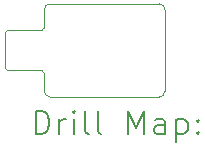
<source format=gbr>
%TF.GenerationSoftware,KiCad,Pcbnew,7.0.10*%
%TF.CreationDate,2024-01-04T16:00:58+01:00*%
%TF.ProjectId,temperature-sensor,74656d70-6572-4617-9475-72652d73656e,rev?*%
%TF.SameCoordinates,Original*%
%TF.FileFunction,Drillmap*%
%TF.FilePolarity,Positive*%
%FSLAX45Y45*%
G04 Gerber Fmt 4.5, Leading zero omitted, Abs format (unit mm)*
G04 Created by KiCad (PCBNEW 7.0.10) date 2024-01-04 16:00:58*
%MOMM*%
%LPD*%
G01*
G04 APERTURE LIST*
%ADD10C,0.100000*%
%ADD11C,0.200000*%
G04 APERTURE END LIST*
D10*
X15227000Y-9889000D02*
G75*
G03*
X15177000Y-9839000I-50000J0D01*
G01*
X15227000Y-9889000D02*
X15227000Y-10579000D01*
X14205000Y-10579000D02*
G75*
G03*
X14255000Y-10629000I50000J0D01*
G01*
X15177000Y-10629000D02*
G75*
G03*
X15227000Y-10579000I0J50000D01*
G01*
X14255000Y-10629000D02*
X15177000Y-10629000D01*
X13897000Y-10404000D02*
X14185000Y-10404000D01*
X14205000Y-10044000D02*
X14205000Y-9889000D01*
X13897000Y-10064000D02*
G75*
G03*
X13877000Y-10084000I0J-20000D01*
G01*
X14205000Y-10424000D02*
X14205000Y-10579000D01*
X14205000Y-10424000D02*
G75*
G03*
X14185000Y-10404000I-20000J0D01*
G01*
X13877000Y-10384000D02*
G75*
G03*
X13897000Y-10404000I20000J0D01*
G01*
X13877000Y-10084000D02*
X13877000Y-10384000D01*
X14255000Y-9839000D02*
X15177000Y-9839000D01*
X14185000Y-10064000D02*
G75*
G03*
X14205000Y-10044000I0J20000D01*
G01*
X14255000Y-9839000D02*
G75*
G03*
X14205000Y-9889000I0J-50000D01*
G01*
X14185000Y-10064000D02*
X13897000Y-10064000D01*
D11*
X14132777Y-10945484D02*
X14132777Y-10745484D01*
X14132777Y-10745484D02*
X14180396Y-10745484D01*
X14180396Y-10745484D02*
X14208967Y-10755008D01*
X14208967Y-10755008D02*
X14228015Y-10774055D01*
X14228015Y-10774055D02*
X14237539Y-10793103D01*
X14237539Y-10793103D02*
X14247062Y-10831198D01*
X14247062Y-10831198D02*
X14247062Y-10859770D01*
X14247062Y-10859770D02*
X14237539Y-10897865D01*
X14237539Y-10897865D02*
X14228015Y-10916912D01*
X14228015Y-10916912D02*
X14208967Y-10935960D01*
X14208967Y-10935960D02*
X14180396Y-10945484D01*
X14180396Y-10945484D02*
X14132777Y-10945484D01*
X14332777Y-10945484D02*
X14332777Y-10812150D01*
X14332777Y-10850246D02*
X14342301Y-10831198D01*
X14342301Y-10831198D02*
X14351824Y-10821674D01*
X14351824Y-10821674D02*
X14370872Y-10812150D01*
X14370872Y-10812150D02*
X14389920Y-10812150D01*
X14456586Y-10945484D02*
X14456586Y-10812150D01*
X14456586Y-10745484D02*
X14447062Y-10755008D01*
X14447062Y-10755008D02*
X14456586Y-10764531D01*
X14456586Y-10764531D02*
X14466110Y-10755008D01*
X14466110Y-10755008D02*
X14456586Y-10745484D01*
X14456586Y-10745484D02*
X14456586Y-10764531D01*
X14580396Y-10945484D02*
X14561348Y-10935960D01*
X14561348Y-10935960D02*
X14551824Y-10916912D01*
X14551824Y-10916912D02*
X14551824Y-10745484D01*
X14685158Y-10945484D02*
X14666110Y-10935960D01*
X14666110Y-10935960D02*
X14656586Y-10916912D01*
X14656586Y-10916912D02*
X14656586Y-10745484D01*
X14913729Y-10945484D02*
X14913729Y-10745484D01*
X14913729Y-10745484D02*
X14980396Y-10888341D01*
X14980396Y-10888341D02*
X15047062Y-10745484D01*
X15047062Y-10745484D02*
X15047062Y-10945484D01*
X15228015Y-10945484D02*
X15228015Y-10840722D01*
X15228015Y-10840722D02*
X15218491Y-10821674D01*
X15218491Y-10821674D02*
X15199443Y-10812150D01*
X15199443Y-10812150D02*
X15161348Y-10812150D01*
X15161348Y-10812150D02*
X15142301Y-10821674D01*
X15228015Y-10935960D02*
X15208967Y-10945484D01*
X15208967Y-10945484D02*
X15161348Y-10945484D01*
X15161348Y-10945484D02*
X15142301Y-10935960D01*
X15142301Y-10935960D02*
X15132777Y-10916912D01*
X15132777Y-10916912D02*
X15132777Y-10897865D01*
X15132777Y-10897865D02*
X15142301Y-10878817D01*
X15142301Y-10878817D02*
X15161348Y-10869293D01*
X15161348Y-10869293D02*
X15208967Y-10869293D01*
X15208967Y-10869293D02*
X15228015Y-10859770D01*
X15323253Y-10812150D02*
X15323253Y-11012150D01*
X15323253Y-10821674D02*
X15342301Y-10812150D01*
X15342301Y-10812150D02*
X15380396Y-10812150D01*
X15380396Y-10812150D02*
X15399443Y-10821674D01*
X15399443Y-10821674D02*
X15408967Y-10831198D01*
X15408967Y-10831198D02*
X15418491Y-10850246D01*
X15418491Y-10850246D02*
X15418491Y-10907389D01*
X15418491Y-10907389D02*
X15408967Y-10926436D01*
X15408967Y-10926436D02*
X15399443Y-10935960D01*
X15399443Y-10935960D02*
X15380396Y-10945484D01*
X15380396Y-10945484D02*
X15342301Y-10945484D01*
X15342301Y-10945484D02*
X15323253Y-10935960D01*
X15504205Y-10926436D02*
X15513729Y-10935960D01*
X15513729Y-10935960D02*
X15504205Y-10945484D01*
X15504205Y-10945484D02*
X15494682Y-10935960D01*
X15494682Y-10935960D02*
X15504205Y-10926436D01*
X15504205Y-10926436D02*
X15504205Y-10945484D01*
X15504205Y-10821674D02*
X15513729Y-10831198D01*
X15513729Y-10831198D02*
X15504205Y-10840722D01*
X15504205Y-10840722D02*
X15494682Y-10831198D01*
X15494682Y-10831198D02*
X15504205Y-10821674D01*
X15504205Y-10821674D02*
X15504205Y-10840722D01*
M02*

</source>
